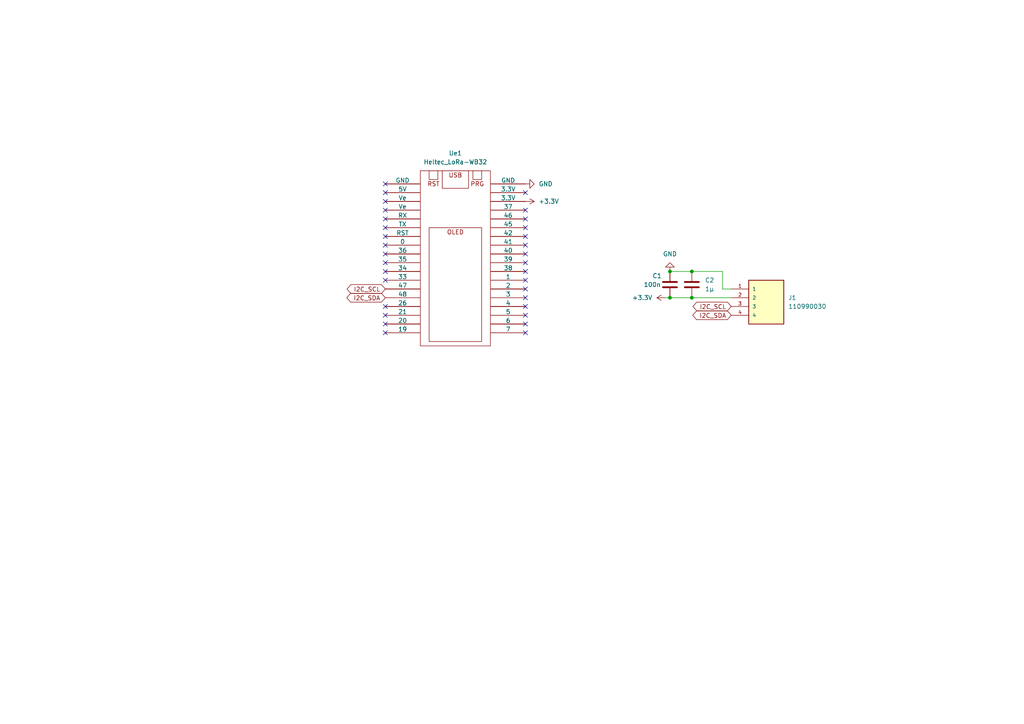
<source format=kicad_sch>
(kicad_sch (version 20230121) (generator eeschema)

  (uuid 33fdb959-f72d-4262-a0b2-79694bf0e5f0)

  (paper "A4")

  (lib_symbols
    (symbol "Device:C" (pin_numbers hide) (pin_names (offset 0.254)) (in_bom yes) (on_board yes)
      (property "Reference" "C" (at 0.635 2.54 0)
        (effects (font (size 1.27 1.27)) (justify left))
      )
      (property "Value" "C" (at 0.635 -2.54 0)
        (effects (font (size 1.27 1.27)) (justify left))
      )
      (property "Footprint" "" (at 0.9652 -3.81 0)
        (effects (font (size 1.27 1.27)) hide)
      )
      (property "Datasheet" "~" (at 0 0 0)
        (effects (font (size 1.27 1.27)) hide)
      )
      (property "ki_keywords" "cap capacitor" (at 0 0 0)
        (effects (font (size 1.27 1.27)) hide)
      )
      (property "ki_description" "Unpolarized capacitor" (at 0 0 0)
        (effects (font (size 1.27 1.27)) hide)
      )
      (property "ki_fp_filters" "C_*" (at 0 0 0)
        (effects (font (size 1.27 1.27)) hide)
      )
      (symbol "C_0_1"
        (polyline
          (pts
            (xy -2.032 -0.762)
            (xy 2.032 -0.762)
          )
          (stroke (width 0.508) (type default))
          (fill (type none))
        )
        (polyline
          (pts
            (xy -2.032 0.762)
            (xy 2.032 0.762)
          )
          (stroke (width 0.508) (type default))
          (fill (type none))
        )
      )
      (symbol "C_1_1"
        (pin passive line (at 0 3.81 270) (length 2.794)
          (name "~" (effects (font (size 1.27 1.27))))
          (number "1" (effects (font (size 1.27 1.27))))
        )
        (pin passive line (at 0 -3.81 90) (length 2.794)
          (name "~" (effects (font (size 1.27 1.27))))
          (number "2" (effects (font (size 1.27 1.27))))
        )
      )
    )
    (symbol "connecteur_grove:110990030" (pin_names (offset 1.016)) (in_bom yes) (on_board yes)
      (property "Reference" "J" (at -5.08 5.842 0)
        (effects (font (size 1.27 1.27)) (justify left bottom))
      )
      (property "Value" "110990030" (at -5.08 -8.382 0)
        (effects (font (size 1.27 1.27)) (justify left top))
      )
      (property "Footprint" "SEEED_110990030" (at 0 0 0)
        (effects (font (size 1.27 1.27)) (justify bottom) hide)
      )
      (property "Datasheet" "" (at 0 0 0)
        (effects (font (size 1.27 1.27)) hide)
      )
      (property "PARTREV" "A" (at 0 0 0)
        (effects (font (size 1.27 1.27)) (justify bottom) hide)
      )
      (property "MANUFACTURER" "Seeed Technology" (at 0 0 0)
        (effects (font (size 1.27 1.27)) (justify bottom) hide)
      )
      (property "MAXIMUM_PACKAGE_HEIGHT" "8.1mm" (at 0 0 0)
        (effects (font (size 1.27 1.27)) (justify bottom) hide)
      )
      (property "STANDARD" "Manufacturer Recommendations" (at 0 0 0)
        (effects (font (size 1.27 1.27)) (justify bottom) hide)
      )
      (symbol "110990030_0_0"
        (rectangle (start -5.08 -7.62) (end 5.08 5.08)
          (stroke (width 0.254) (type default))
          (fill (type background))
        )
        (pin passive line (at -10.16 2.54 0) (length 5.08)
          (name "1" (effects (font (size 1.016 1.016))))
          (number "1" (effects (font (size 1.016 1.016))))
        )
        (pin passive line (at -10.16 0 0) (length 5.08)
          (name "2" (effects (font (size 1.016 1.016))))
          (number "2" (effects (font (size 1.016 1.016))))
        )
        (pin passive line (at -10.16 -2.54 0) (length 5.08)
          (name "3" (effects (font (size 1.016 1.016))))
          (number "3" (effects (font (size 1.016 1.016))))
        )
        (pin passive line (at -10.16 -5.08 0) (length 5.08)
          (name "4" (effects (font (size 1.016 1.016))))
          (number "4" (effects (font (size 1.016 1.016))))
        )
      )
    )
    (symbol "heltec_wb32:Heltec_LoRa-WB32" (pin_numbers hide) (pin_names (offset 0)) (in_bom yes) (on_board yes)
      (property "Reference" "Ue1" (at 0 30.48 0)
        (effects (font (size 1.27 1.27)))
      )
      (property "Value" "Heltec_LoRa-WB32" (at 0 27.94 0)
        (effects (font (size 1.27 1.27)))
      )
      (property "Footprint" "" (at 0 0 0)
        (effects (font (size 1.27 1.27)) hide)
      )
      (property "Datasheet" "" (at 0 0 0)
        (effects (font (size 1.27 1.27)))
      )
      (symbol "Heltec_LoRa-WB32_0_0"
        (rectangle (start -10.16 25.4) (end 10.16 -25.4)
          (stroke (width 0) (type solid))
          (fill (type none))
        )
        (rectangle (start -5.08 22.86) (end -7.62 25.4)
          (stroke (width 0) (type solid))
          (fill (type none))
        )
        (rectangle (start 3.81 25.4) (end -3.81 20.32)
          (stroke (width 0) (type solid))
          (fill (type none))
        )
        (rectangle (start 5.08 22.86) (end 7.62 25.4)
          (stroke (width 0) (type solid))
          (fill (type none))
        )
        (rectangle (start 7.62 -24.13) (end -7.62 8.89)
          (stroke (width 0) (type solid))
          (fill (type none))
        )
        (text "OLED" (at 0 7.62 0)
          (effects (font (size 1.27 1.27)))
        )
        (text "PRG" (at 6.35 21.59 0)
          (effects (font (size 1.27 1.27)))
        )
        (text "RST" (at -6.35 21.59 0)
          (effects (font (size 1.27 1.27)))
        )
        (text "USB" (at 0 24.13 0)
          (effects (font (size 1.27 1.27)))
        )
      )
      (symbol "Heltec_LoRa-WB32_1_1"
        (pin power_in line (at -20.32 21.59 0) (length 10.0076)
          (name "GND" (effects (font (size 1.27 1.27))))
          (number "1" (effects (font (size 1.27 1.27))))
        )
        (pin bidirectional line (at -20.32 -1.27 0) (length 10.0076)
          (name "35" (effects (font (size 1.27 1.27))))
          (number "10" (effects (font (size 1.27 1.27))))
        )
        (pin input line (at -20.32 -3.81 0) (length 10.0076)
          (name "34" (effects (font (size 1.27 1.27))))
          (number "11" (effects (font (size 1.27 1.27))))
        )
        (pin input line (at -20.32 -6.35 0) (length 10.0076)
          (name "33" (effects (font (size 1.27 1.27))))
          (number "12" (effects (font (size 1.27 1.27))))
        )
        (pin input line (at -20.32 -8.89 0) (length 10.0076)
          (name "47" (effects (font (size 1.27 1.27))))
          (number "13" (effects (font (size 1.27 1.27))))
        )
        (pin input line (at -20.32 -11.43 0) (length 10.0076)
          (name "48" (effects (font (size 1.27 1.27))))
          (number "14" (effects (font (size 1.27 1.27))))
        )
        (pin input line (at -20.32 -13.97 0) (length 10.0076)
          (name "26" (effects (font (size 1.27 1.27))))
          (number "15" (effects (font (size 1.27 1.27))))
        )
        (pin input line (at -20.32 -16.51 0) (length 10.0076)
          (name "21" (effects (font (size 1.27 1.27))))
          (number "16" (effects (font (size 1.27 1.27))))
        )
        (pin input line (at -20.32 -19.05 0) (length 10.0076)
          (name "20" (effects (font (size 1.27 1.27))))
          (number "17" (effects (font (size 1.27 1.27))))
        )
        (pin input line (at -20.32 -21.59 0) (length 10.0076)
          (name "19" (effects (font (size 1.27 1.27))))
          (number "18" (effects (font (size 1.27 1.27))))
        )
        (pin bidirectional line (at 20.32 -21.59 180) (length 10.0076)
          (name "7" (effects (font (size 1.27 1.27))))
          (number "19" (effects (font (size 1.27 1.27))))
        )
        (pin power_in line (at -20.32 19.05 0) (length 10.0076)
          (name "5V" (effects (font (size 1.27 1.27))))
          (number "2" (effects (font (size 1.27 1.27))))
        )
        (pin bidirectional line (at 20.32 -19.05 180) (length 10.0076)
          (name "6" (effects (font (size 1.27 1.27))))
          (number "20" (effects (font (size 1.27 1.27))))
        )
        (pin bidirectional line (at 20.32 -16.51 180) (length 10.0076)
          (name "5" (effects (font (size 1.27 1.27))))
          (number "21" (effects (font (size 1.27 1.27))))
        )
        (pin bidirectional line (at 20.32 -13.97 180) (length 10.0076)
          (name "4" (effects (font (size 1.27 1.27))))
          (number "22" (effects (font (size 1.27 1.27))))
        )
        (pin bidirectional line (at 20.32 -11.43 180) (length 10.0076)
          (name "3" (effects (font (size 1.27 1.27))))
          (number "23" (effects (font (size 1.27 1.27))))
        )
        (pin bidirectional line (at 20.32 -8.89 180) (length 10.0076)
          (name "2" (effects (font (size 1.27 1.27))))
          (number "24" (effects (font (size 1.27 1.27))))
        )
        (pin bidirectional line (at 20.32 -6.35 180) (length 10.0076)
          (name "1" (effects (font (size 1.27 1.27))))
          (number "25" (effects (font (size 1.27 1.27))))
        )
        (pin bidirectional line (at 20.32 -3.81 180) (length 10.0076)
          (name "38" (effects (font (size 1.27 1.27))))
          (number "26" (effects (font (size 1.27 1.27))))
        )
        (pin bidirectional line (at 20.32 -1.27 180) (length 10.0076)
          (name "39" (effects (font (size 1.27 1.27))))
          (number "27" (effects (font (size 1.27 1.27))))
        )
        (pin bidirectional line (at 20.32 1.27 180) (length 10.0076)
          (name "40" (effects (font (size 1.27 1.27))))
          (number "28" (effects (font (size 1.27 1.27))))
        )
        (pin bidirectional line (at 20.32 3.81 180) (length 10.0076)
          (name "41" (effects (font (size 1.27 1.27))))
          (number "29" (effects (font (size 1.27 1.27))))
        )
        (pin power_out line (at -20.32 16.51 0) (length 10.0076)
          (name "Ve" (effects (font (size 1.27 1.27))))
          (number "3" (effects (font (size 1.27 1.27))))
        )
        (pin bidirectional line (at 20.32 6.35 180) (length 10.0076)
          (name "42" (effects (font (size 1.27 1.27))))
          (number "30" (effects (font (size 1.27 1.27))))
        )
        (pin bidirectional line (at 20.32 8.89 180) (length 10.0076)
          (name "45" (effects (font (size 1.27 1.27))))
          (number "31" (effects (font (size 1.27 1.27))))
        )
        (pin bidirectional line (at 20.32 11.43 180) (length 10.0076)
          (name "46" (effects (font (size 1.27 1.27))))
          (number "32" (effects (font (size 1.27 1.27))))
        )
        (pin bidirectional line (at 20.32 13.97 180) (length 10.0076)
          (name "37" (effects (font (size 1.27 1.27))))
          (number "33" (effects (font (size 1.27 1.27))))
        )
        (pin power_in line (at 20.32 16.51 180) (length 10.0076)
          (name "3.3V" (effects (font (size 1.27 1.27))))
          (number "34" (effects (font (size 1.27 1.27))))
        )
        (pin power_in line (at 20.32 19.05 180) (length 10.0076)
          (name "3.3V" (effects (font (size 1.27 1.27))))
          (number "35" (effects (font (size 1.27 1.27))))
        )
        (pin power_in line (at 20.32 21.59 180) (length 10.0076)
          (name "GND" (effects (font (size 1.27 1.27))))
          (number "36" (effects (font (size 1.27 1.27))))
        )
        (pin power_out line (at -20.32 13.97 0) (length 10.0076)
          (name "Ve" (effects (font (size 1.27 1.27))))
          (number "4" (effects (font (size 1.27 1.27))))
        )
        (pin bidirectional line (at -20.32 11.43 0) (length 10.0076)
          (name "RX" (effects (font (size 1.27 1.27))))
          (number "5" (effects (font (size 1.27 1.27))))
        )
        (pin bidirectional line (at -20.32 8.89 0) (length 10.0076)
          (name "TX" (effects (font (size 1.27 1.27))))
          (number "6" (effects (font (size 1.27 1.27))))
        )
        (pin bidirectional line (at -20.32 6.35 0) (length 10.0076)
          (name "RST" (effects (font (size 1.27 1.27))))
          (number "7" (effects (font (size 1.27 1.27))))
        )
        (pin bidirectional line (at -20.32 3.81 0) (length 10.0076)
          (name "0" (effects (font (size 1.27 1.27))))
          (number "8" (effects (font (size 1.27 1.27))))
        )
        (pin bidirectional line (at -20.32 1.27 0) (length 10.0076)
          (name "36" (effects (font (size 1.27 1.27))))
          (number "9" (effects (font (size 1.27 1.27))))
        )
      )
    )
    (symbol "power:+3.3V" (power) (pin_names (offset 0)) (in_bom yes) (on_board yes)
      (property "Reference" "#PWR" (at 0 -3.81 0)
        (effects (font (size 1.27 1.27)) hide)
      )
      (property "Value" "+3.3V" (at 0 3.556 0)
        (effects (font (size 1.27 1.27)))
      )
      (property "Footprint" "" (at 0 0 0)
        (effects (font (size 1.27 1.27)) hide)
      )
      (property "Datasheet" "" (at 0 0 0)
        (effects (font (size 1.27 1.27)) hide)
      )
      (property "ki_keywords" "global power" (at 0 0 0)
        (effects (font (size 1.27 1.27)) hide)
      )
      (property "ki_description" "Power symbol creates a global label with name \"+3.3V\"" (at 0 0 0)
        (effects (font (size 1.27 1.27)) hide)
      )
      (symbol "+3.3V_0_1"
        (polyline
          (pts
            (xy -0.762 1.27)
            (xy 0 2.54)
          )
          (stroke (width 0) (type default))
          (fill (type none))
        )
        (polyline
          (pts
            (xy 0 0)
            (xy 0 2.54)
          )
          (stroke (width 0) (type default))
          (fill (type none))
        )
        (polyline
          (pts
            (xy 0 2.54)
            (xy 0.762 1.27)
          )
          (stroke (width 0) (type default))
          (fill (type none))
        )
      )
      (symbol "+3.3V_1_1"
        (pin power_in line (at 0 0 90) (length 0) hide
          (name "+3.3V" (effects (font (size 1.27 1.27))))
          (number "1" (effects (font (size 1.27 1.27))))
        )
      )
    )
    (symbol "power:GND" (power) (pin_names (offset 0)) (in_bom yes) (on_board yes)
      (property "Reference" "#PWR" (at 0 -6.35 0)
        (effects (font (size 1.27 1.27)) hide)
      )
      (property "Value" "GND" (at 0 -3.81 0)
        (effects (font (size 1.27 1.27)))
      )
      (property "Footprint" "" (at 0 0 0)
        (effects (font (size 1.27 1.27)) hide)
      )
      (property "Datasheet" "" (at 0 0 0)
        (effects (font (size 1.27 1.27)) hide)
      )
      (property "ki_keywords" "global power" (at 0 0 0)
        (effects (font (size 1.27 1.27)) hide)
      )
      (property "ki_description" "Power symbol creates a global label with name \"GND\" , ground" (at 0 0 0)
        (effects (font (size 1.27 1.27)) hide)
      )
      (symbol "GND_0_1"
        (polyline
          (pts
            (xy 0 0)
            (xy 0 -1.27)
            (xy 1.27 -1.27)
            (xy 0 -2.54)
            (xy -1.27 -1.27)
            (xy 0 -1.27)
          )
          (stroke (width 0) (type default))
          (fill (type none))
        )
      )
      (symbol "GND_1_1"
        (pin power_in line (at 0 0 270) (length 0) hide
          (name "GND" (effects (font (size 1.27 1.27))))
          (number "1" (effects (font (size 1.27 1.27))))
        )
      )
    )
  )

  (junction (at 194.31 78.74) (diameter 0) (color 0 0 0 0)
    (uuid 6b28499c-cc1a-4705-b2fb-8eb5527b556e)
  )
  (junction (at 200.66 86.36) (diameter 0) (color 0 0 0 0)
    (uuid 8cc50702-b623-4696-8217-c3483cc55346)
  )
  (junction (at 194.31 86.36) (diameter 0) (color 0 0 0 0)
    (uuid a88f2fc1-a914-4003-9807-d9c7793e1231)
  )
  (junction (at 200.66 78.74) (diameter 0) (color 0 0 0 0)
    (uuid ef12384d-425f-4e60-8e59-2b8721675c86)
  )

  (no_connect (at 152.4 78.74) (uuid 027cdfa0-d4b8-4187-aa97-194e61ae21b2))
  (no_connect (at 111.76 88.9) (uuid 07fe2756-0155-43f4-a795-898c4b8ede82))
  (no_connect (at 152.4 63.5) (uuid 17ec9ab5-7ee1-454d-969f-2eddbf7d3bad))
  (no_connect (at 152.4 83.82) (uuid 1a0473b5-beb0-4b7b-bafd-79c348559fb5))
  (no_connect (at 152.4 91.44) (uuid 1cc7eede-c62f-4b25-a359-c0ccefd3c640))
  (no_connect (at 152.4 55.88) (uuid 1e01c533-a2f0-4704-a879-b098fd006574))
  (no_connect (at 111.76 68.58) (uuid 1f4cd76f-c128-4837-a986-f7070b0ca842))
  (no_connect (at 152.4 88.9) (uuid 2ba9c473-ba8b-4f7f-a629-e9b0aaa46089))
  (no_connect (at 152.4 86.36) (uuid 2d8870b6-1be2-4c2b-aaea-0da80e54f900))
  (no_connect (at 152.4 73.66) (uuid 340bf0d4-7e7c-49d3-b84a-91886ac88594))
  (no_connect (at 152.4 68.58) (uuid 3d41b806-0228-4198-b109-fc9b7f3379db))
  (no_connect (at 111.76 55.88) (uuid 5dff90a3-4b15-4ff7-8b0d-5dd827cf833f))
  (no_connect (at 152.4 81.28) (uuid 5e3900af-8486-4ef2-a23e-5a8b49b507cb))
  (no_connect (at 111.76 91.44) (uuid 6f94b489-e222-49d3-bee1-fced95ec3dee))
  (no_connect (at 111.76 78.74) (uuid 82f7d211-9543-4f2d-baa6-0461d58198c3))
  (no_connect (at 152.4 71.12) (uuid 84e95cd9-e47a-4a90-a0a2-50b3e52e8551))
  (no_connect (at 152.4 60.96) (uuid 8dcc4520-7486-460f-a1ac-4ae7efdd57f7))
  (no_connect (at 152.4 66.04) (uuid 91631c10-0c4b-4c23-9f11-f270ab9c49a5))
  (no_connect (at 111.76 58.42) (uuid 91e9679a-aaac-4c96-9514-25243fda8346))
  (no_connect (at 111.76 81.28) (uuid 95d8361e-b44b-4902-9da0-61f6b73150ad))
  (no_connect (at 111.76 63.5) (uuid 980c5442-8b49-4dd4-87c0-5048c76e5e47))
  (no_connect (at 111.76 53.34) (uuid 9984c947-86d7-481e-8743-97e3ec2d410a))
  (no_connect (at 111.76 60.96) (uuid a1078bb6-853f-40de-b238-9b5f32811f64))
  (no_connect (at 111.76 73.66) (uuid a7f7a5da-ca0d-4cb3-8c3b-62477b736cd5))
  (no_connect (at 111.76 93.98) (uuid aac69a7f-0cbf-45b0-85b2-c31aac63f950))
  (no_connect (at 111.76 96.52) (uuid adc921fb-6333-4b0b-9e32-caa9f007d0ce))
  (no_connect (at 152.4 76.2) (uuid ae9b0754-c868-4b97-a35e-a603e6368180))
  (no_connect (at 152.4 93.98) (uuid aec193aa-1992-4d4e-bd2b-29e73bbb0391))
  (no_connect (at 111.76 66.04) (uuid be9b2c09-faa1-4327-af32-e7e09b5dd94d))
  (no_connect (at 111.76 76.2) (uuid c643a5e6-eaf0-45f9-bdc2-3543b80e3cea))
  (no_connect (at 111.76 71.12) (uuid d3336dfa-b069-452d-b465-f0974e2981de))
  (no_connect (at 152.4 96.52) (uuid de9df914-1f3d-41c4-b20b-0a2e992578dd))

  (wire (pts (xy 200.66 86.36) (xy 212.09 86.36))
    (stroke (width 0) (type default))
    (uuid 03b8d39e-c5ac-45da-bc57-96dd373ea53d)
  )
  (wire (pts (xy 212.09 83.82) (xy 209.55 83.82))
    (stroke (width 0) (type default))
    (uuid 180f0365-f709-4ced-9ecf-7eae5c84b313)
  )
  (wire (pts (xy 209.55 78.74) (xy 200.66 78.74))
    (stroke (width 0) (type default))
    (uuid 25b758c1-7b5e-41b5-bab6-b597c5f11611)
  )
  (wire (pts (xy 194.31 86.36) (xy 200.66 86.36))
    (stroke (width 0) (type default))
    (uuid 2beeb7d9-05c9-4d82-9ead-90f45ef4ab11)
  )
  (wire (pts (xy 209.55 83.82) (xy 209.55 78.74))
    (stroke (width 0) (type default))
    (uuid 63a44b21-d0e7-49d0-bb33-a64e4e394e34)
  )
  (wire (pts (xy 194.31 78.74) (xy 200.66 78.74))
    (stroke (width 0) (type default))
    (uuid 7b4cae9b-e457-4b9e-8d0e-847bd711c47b)
  )
  (wire (pts (xy 193.04 86.36) (xy 194.31 86.36))
    (stroke (width 0) (type default))
    (uuid cfdadbea-b3ec-4572-b7ed-508621379ac2)
  )

  (global_label "I2C_SDA" (shape bidirectional) (at 212.09 91.44 180) (fields_autoplaced)
    (effects (font (size 1.27 1.27)) (justify right))
    (uuid 169cb5f0-ef14-4686-8d89-a21f36a99bf7)
    (property "Intersheetrefs" "${INTERSHEET_REFS}" (at 200.4529 91.44 0)
      (effects (font (size 1.27 1.27)) (justify right) hide)
    )
  )
  (global_label "I2C_SCL" (shape bidirectional) (at 111.76 83.82 180) (fields_autoplaced)
    (effects (font (size 1.27 1.27)) (justify right))
    (uuid 4aa8d29a-662e-420f-a695-b35e63061ae3)
    (property "Intersheetrefs" "${INTERSHEET_REFS}" (at 100.1834 83.82 0)
      (effects (font (size 1.27 1.27)) (justify right) hide)
    )
  )
  (global_label "I2C_SCL" (shape bidirectional) (at 212.09 88.9 180) (fields_autoplaced)
    (effects (font (size 1.27 1.27)) (justify right))
    (uuid 657c7f56-a0d6-46ab-b7bb-e2f6e9268a12)
    (property "Intersheetrefs" "${INTERSHEET_REFS}" (at 200.5134 88.9 0)
      (effects (font (size 1.27 1.27)) (justify right) hide)
    )
  )
  (global_label "I2C_SDA" (shape bidirectional) (at 111.76 86.36 180) (fields_autoplaced)
    (effects (font (size 1.27 1.27)) (justify right))
    (uuid eedf269a-fb69-4442-9ed7-7a05828c4943)
    (property "Intersheetrefs" "${INTERSHEET_REFS}" (at 100.1229 86.36 0)
      (effects (font (size 1.27 1.27)) (justify right) hide)
    )
  )

  (symbol (lib_id "heltec_wb32:Heltec_LoRa-WB32") (at 132.08 74.93 0) (unit 1)
    (in_bom yes) (on_board yes) (dnp no) (fields_autoplaced)
    (uuid 328e49d1-7f63-416a-83ac-4ef904d38938)
    (property "Reference" "Ue1" (at 132.08 44.45 0)
      (effects (font (size 1.27 1.27)))
    )
    (property "Value" "Heltec_LoRa-WB32" (at 132.08 46.99 0)
      (effects (font (size 1.27 1.27)))
    )
    (property "Footprint" "Heltec_Lora_footprints:Heltec_WiFi_LoRa_V2_pin_size_2mm" (at 132.08 74.93 0)
      (effects (font (size 1.27 1.27)) hide)
    )
    (property "Datasheet" "" (at 132.08 74.93 0)
      (effects (font (size 1.27 1.27)))
    )
    (pin "1" (uuid b87502f7-0150-46a6-b0a6-f6fccea4e87c))
    (pin "10" (uuid 09ea9b18-6f7e-4977-80c9-da9f9f0d354e))
    (pin "11" (uuid 6d33aff7-48b3-4c62-aeb0-52b15d7beff5))
    (pin "12" (uuid ad3b5046-a7ea-4c74-ba98-d83bfe71b4df))
    (pin "13" (uuid 422bb550-282f-45f8-a461-c9ffde82cc2b))
    (pin "14" (uuid 596f9f75-f978-4117-a5bd-d5391d1cce2c))
    (pin "15" (uuid e0f0ee9a-aa76-4e83-9bb9-4c32a4f815bc))
    (pin "16" (uuid 08862e21-7b42-4038-8205-224ee2e4ed61))
    (pin "17" (uuid 1a0c233f-a3fb-46e6-a263-b7c93c2cc7ef))
    (pin "18" (uuid 124cca98-8a09-465d-9708-04c0607bbb65))
    (pin "19" (uuid 368ef005-d4b1-4ca5-a08c-02e318305d98))
    (pin "2" (uuid 0b3a7979-95cf-4988-93b9-a243719e2b33))
    (pin "20" (uuid 45d865e9-38d2-4749-ad28-078920a1bc4a))
    (pin "21" (uuid 8b115ad1-2246-48fb-a3ec-5fc64b40c5ee))
    (pin "22" (uuid 458e750d-a55b-4355-8ead-6a2ab2cb2cf4))
    (pin "23" (uuid 632c6e73-48c7-44e8-bb7b-9363af79a6f4))
    (pin "24" (uuid 7a110011-86b9-451c-859b-8a035b076ea6))
    (pin "25" (uuid cc6d15db-5e06-4664-964f-0df8872288dd))
    (pin "26" (uuid 35a99f25-959c-4a38-a6df-1826211997c9))
    (pin "27" (uuid 403dca9d-2370-407b-b9e7-3522fbabe201))
    (pin "28" (uuid 25a5e4de-eefb-47cd-a1f2-73682f8ecf0a))
    (pin "29" (uuid 26cc825d-c211-4862-83ae-91c8e3e1a6c9))
    (pin "3" (uuid 35fb2eb1-abf5-4a4d-ab79-7d8626fce155))
    (pin "30" (uuid f95d8025-f57f-4548-abe5-e4fec73fe392))
    (pin "31" (uuid c616fd44-0cf2-4b67-8fe3-c031141f6caa))
    (pin "32" (uuid 916e554d-0964-44d5-9bfe-e1f97460ae27))
    (pin "33" (uuid a0cf5ede-ec8d-478a-810e-d994c3b08b7b))
    (pin "34" (uuid 732a819f-edff-4340-92ab-59538a038a3d))
    (pin "35" (uuid c7ad59b5-f94a-4fff-8c4b-b834aa77c617))
    (pin "36" (uuid 3179b3bf-e215-4371-b2c4-84f7fa04700a))
    (pin "4" (uuid 04bc5a85-9ee5-496e-9de1-466a010400a7))
    (pin "5" (uuid 27eedf61-d177-48cc-a23b-481c2917a97c))
    (pin "6" (uuid 21186aeb-f39d-49f7-920b-b29d991f4842))
    (pin "7" (uuid fe2ccd83-89ab-4a51-8404-6fbff89c96c9))
    (pin "8" (uuid 393609b8-d2f9-41d7-955b-ba87fab3b260))
    (pin "9" (uuid 80f1d7d7-4fca-4b17-9d55-a67c998ccf28))
    (instances
      (project "carte_interface_connecteur_grove_pour_capteur"
        (path "/33fdb959-f72d-4262-a0b2-79694bf0e5f0"
          (reference "Ue1") (unit 1)
        )
      )
    )
  )

  (symbol (lib_id "connecteur_grove:110990030") (at 222.25 86.36 0) (unit 1)
    (in_bom yes) (on_board yes) (dnp no) (fields_autoplaced)
    (uuid 4e12cba7-b48b-4ae3-a58e-42266bc40e31)
    (property "Reference" "J1" (at 228.6 86.36 0)
      (effects (font (size 1.27 1.27)) (justify left))
    )
    (property "Value" "110990030" (at 228.6 88.9 0)
      (effects (font (size 1.27 1.27)) (justify left))
    )
    (property "Footprint" "grove footprint:Grove_female_header" (at 222.25 86.36 0)
      (effects (font (size 1.27 1.27)) (justify bottom) hide)
    )
    (property "Datasheet" "" (at 222.25 86.36 0)
      (effects (font (size 1.27 1.27)) hide)
    )
    (property "PARTREV" "A" (at 222.25 86.36 0)
      (effects (font (size 1.27 1.27)) (justify bottom) hide)
    )
    (property "MANUFACTURER" "Seeed Technology" (at 222.25 86.36 0)
      (effects (font (size 1.27 1.27)) (justify bottom) hide)
    )
    (property "MAXIMUM_PACKAGE_HEIGHT" "8.1mm" (at 222.25 86.36 0)
      (effects (font (size 1.27 1.27)) (justify bottom) hide)
    )
    (property "STANDARD" "Manufacturer Recommendations" (at 222.25 86.36 0)
      (effects (font (size 1.27 1.27)) (justify bottom) hide)
    )
    (pin "1" (uuid 7d1914c6-2be5-4d62-8f26-f3fd205a936d))
    (pin "2" (uuid 6a41709f-45d8-4a6e-ba32-43d64a6d0cd5))
    (pin "3" (uuid 6824f165-23c4-47ca-8ccf-6c4748328414))
    (pin "4" (uuid e222a937-bbe7-4580-8c0b-f96f27068f6a))
    (instances
      (project "carte_interface_connecteur_grove_pour_capteur"
        (path "/33fdb959-f72d-4262-a0b2-79694bf0e5f0"
          (reference "J1") (unit 1)
        )
      )
    )
  )

  (symbol (lib_id "Device:C") (at 194.31 82.55 0) (unit 1)
    (in_bom yes) (on_board yes) (dnp no)
    (uuid 678db377-4ee3-4e08-8439-7addbe7988c8)
    (property "Reference" "C1" (at 189.23 80.01 0)
      (effects (font (size 1.27 1.27)) (justify left))
    )
    (property "Value" "100n" (at 186.69 82.55 0)
      (effects (font (size 1.27 1.27)) (justify left))
    )
    (property "Footprint" "capacitor cms:C_0805" (at 195.2752 86.36 0)
      (effects (font (size 1.27 1.27)) hide)
    )
    (property "Datasheet" "~" (at 194.31 82.55 0)
      (effects (font (size 1.27 1.27)) hide)
    )
    (pin "1" (uuid c0ac77bb-f952-4d66-8b8b-25734a004b30))
    (pin "2" (uuid eb931c2d-d079-41f0-bc20-7aacfbe38bae))
    (instances
      (project "carte_interface_connecteur_grove_pour_capteur"
        (path "/33fdb959-f72d-4262-a0b2-79694bf0e5f0"
          (reference "C1") (unit 1)
        )
      )
    )
  )

  (symbol (lib_id "power:+3.3V") (at 193.04 86.36 90) (unit 1)
    (in_bom yes) (on_board yes) (dnp no) (fields_autoplaced)
    (uuid 84af667f-2894-446c-b626-3c9ccab25ad0)
    (property "Reference" "#PWR04" (at 196.85 86.36 0)
      (effects (font (size 1.27 1.27)) hide)
    )
    (property "Value" "+3.3V" (at 189.23 86.36 90)
      (effects (font (size 1.27 1.27)) (justify left))
    )
    (property "Footprint" "" (at 193.04 86.36 0)
      (effects (font (size 1.27 1.27)) hide)
    )
    (property "Datasheet" "" (at 193.04 86.36 0)
      (effects (font (size 1.27 1.27)) hide)
    )
    (pin "1" (uuid bd584030-5dba-4e58-9d3e-1b209dca2daa))
    (instances
      (project "carte_interface_connecteur_grove_pour_capteur"
        (path "/33fdb959-f72d-4262-a0b2-79694bf0e5f0"
          (reference "#PWR04") (unit 1)
        )
      )
    )
  )

  (symbol (lib_id "Device:C") (at 200.66 82.55 0) (unit 1)
    (in_bom yes) (on_board yes) (dnp no) (fields_autoplaced)
    (uuid b0141e42-f040-4373-8882-56de23b8cbad)
    (property "Reference" "C2" (at 204.47 81.28 0)
      (effects (font (size 1.27 1.27)) (justify left))
    )
    (property "Value" "1µ" (at 204.47 83.82 0)
      (effects (font (size 1.27 1.27)) (justify left))
    )
    (property "Footprint" "capacitor cms:C_0805" (at 201.6252 86.36 0)
      (effects (font (size 1.27 1.27)) hide)
    )
    (property "Datasheet" "~" (at 200.66 82.55 0)
      (effects (font (size 1.27 1.27)) hide)
    )
    (pin "1" (uuid 84401e55-cb59-4c37-9657-71524243e1dc))
    (pin "2" (uuid 6bfecdd8-ce09-4ad8-bc26-3252076975c6))
    (instances
      (project "carte_interface_connecteur_grove_pour_capteur"
        (path "/33fdb959-f72d-4262-a0b2-79694bf0e5f0"
          (reference "C2") (unit 1)
        )
      )
    )
  )

  (symbol (lib_id "power:GND") (at 152.4 53.34 90) (unit 1)
    (in_bom yes) (on_board yes) (dnp no) (fields_autoplaced)
    (uuid cc53ef1f-9326-4b1e-9490-3d68c87a439d)
    (property "Reference" "#PWR01" (at 158.75 53.34 0)
      (effects (font (size 1.27 1.27)) hide)
    )
    (property "Value" "GND" (at 156.21 53.34 90)
      (effects (font (size 1.27 1.27)) (justify right))
    )
    (property "Footprint" "" (at 152.4 53.34 0)
      (effects (font (size 1.27 1.27)) hide)
    )
    (property "Datasheet" "" (at 152.4 53.34 0)
      (effects (font (size 1.27 1.27)) hide)
    )
    (pin "1" (uuid dc2bd058-d90c-4664-b5ee-a7636ba35e72))
    (instances
      (project "carte_interface_connecteur_grove_pour_capteur"
        (path "/33fdb959-f72d-4262-a0b2-79694bf0e5f0"
          (reference "#PWR01") (unit 1)
        )
      )
    )
  )

  (symbol (lib_id "power:+3.3V") (at 152.4 58.42 270) (unit 1)
    (in_bom yes) (on_board yes) (dnp no) (fields_autoplaced)
    (uuid f1100394-97ae-434d-b1da-0ebc5dcca005)
    (property "Reference" "#PWR02" (at 148.59 58.42 0)
      (effects (font (size 1.27 1.27)) hide)
    )
    (property "Value" "+3.3V" (at 156.21 58.42 90)
      (effects (font (size 1.27 1.27)) (justify left))
    )
    (property "Footprint" "" (at 152.4 58.42 0)
      (effects (font (size 1.27 1.27)) hide)
    )
    (property "Datasheet" "" (at 152.4 58.42 0)
      (effects (font (size 1.27 1.27)) hide)
    )
    (pin "1" (uuid 3c6100da-4634-48d7-96c8-659d67e83b0f))
    (instances
      (project "carte_interface_connecteur_grove_pour_capteur"
        (path "/33fdb959-f72d-4262-a0b2-79694bf0e5f0"
          (reference "#PWR02") (unit 1)
        )
      )
    )
  )

  (symbol (lib_id "power:GND") (at 194.31 78.74 180) (unit 1)
    (in_bom yes) (on_board yes) (dnp no) (fields_autoplaced)
    (uuid f53a4e5f-aa09-46eb-a8aa-96c9d126f471)
    (property "Reference" "#PWR03" (at 194.31 72.39 0)
      (effects (font (size 1.27 1.27)) hide)
    )
    (property "Value" "GND" (at 194.31 73.66 0)
      (effects (font (size 1.27 1.27)))
    )
    (property "Footprint" "" (at 194.31 78.74 0)
      (effects (font (size 1.27 1.27)) hide)
    )
    (property "Datasheet" "" (at 194.31 78.74 0)
      (effects (font (size 1.27 1.27)) hide)
    )
    (pin "1" (uuid 541da1e5-b08c-42ca-9ae5-4ab51a38f8d4))
    (instances
      (project "carte_interface_connecteur_grove_pour_capteur"
        (path "/33fdb959-f72d-4262-a0b2-79694bf0e5f0"
          (reference "#PWR03") (unit 1)
        )
      )
    )
  )

  (sheet_instances
    (path "/" (page "1"))
  )
)

</source>
